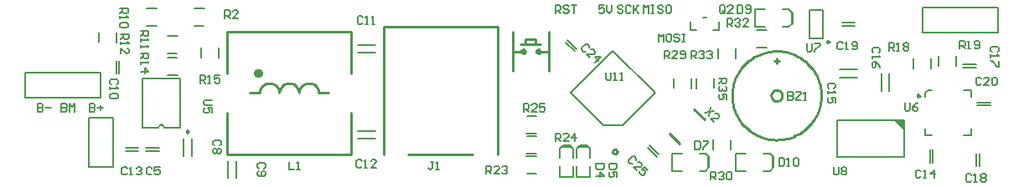
<source format=gto>
G04*
G04 #@! TF.GenerationSoftware,Altium Limited,Altium Designer,19.1.5 (86)*
G04*
G04 Layer_Color=65535*
%FSLAX25Y25*%
%MOIN*%
G70*
G01*
G75*
%ADD10C,0.01000*%
%ADD11C,0.00787*%
%ADD12C,0.01968*%
%ADD13C,0.00500*%
%ADD14C,0.00630*%
G36*
X352756Y26575D02*
Y22638D01*
X348819Y26575D01*
X352756D01*
D02*
G37*
D10*
X238883Y13961D02*
X238391Y14814D01*
X237407D01*
X236914Y13961D01*
X237407Y13109D01*
X238391D01*
X238883Y13961D01*
X359112Y36311D02*
X358277Y36793D01*
Y35829D01*
X359112Y36311D01*
X68273Y22067D02*
X67438Y22549D01*
Y21585D01*
X68273Y22067D01*
X208095Y53937D02*
X207534Y54709D01*
X206627Y54414D01*
Y53460D01*
X207534Y53165D01*
X208095Y53937D01*
X202190D02*
X201629Y54709D01*
X200721Y54414D01*
Y53460D01*
X201629Y53165D01*
X202190Y53937D01*
X323195Y57874D02*
X322359Y58356D01*
Y57392D01*
X323195Y57874D01*
X104331Y37402D02*
X104197Y38421D01*
X103803Y39370D01*
X103178Y40185D01*
X102362Y40811D01*
X101413Y41204D01*
X100394Y41339D01*
X99375Y41204D01*
X98425Y40811D01*
X97610Y40185D01*
X96984Y39370D01*
X96591Y38421D01*
X96457Y37402D01*
X112205D02*
X112071Y38421D01*
X111677Y39370D01*
X111052Y40185D01*
X110236Y40811D01*
X109287Y41204D01*
X108268Y41339D01*
X107249Y41204D01*
X106299Y40811D01*
X105484Y40185D01*
X104858Y39370D01*
X104465Y38421D01*
X104331Y37402D01*
X120079D02*
X119945Y38421D01*
X119551Y39370D01*
X118926Y40185D01*
X118110Y40811D01*
X117161Y41204D01*
X116142Y41339D01*
X115123Y41204D01*
X114173Y40811D01*
X113358Y40185D01*
X112732Y39370D01*
X112339Y38421D01*
X112205Y37402D01*
X304366Y36417D02*
X304148Y37372D01*
X303538Y38138D01*
X302655Y38563D01*
X301676D01*
X300793Y38138D01*
X300183Y37372D01*
X299964Y36417D01*
X300183Y35462D01*
X300793Y34697D01*
X301676Y34272D01*
X302655D01*
X303538Y34697D01*
X304148Y35462D01*
X304366Y36417D01*
X319882D02*
X319853Y37420D01*
X319769Y38419D01*
X319627Y39411D01*
X319430Y40394D01*
X319177Y41365D01*
X318870Y42319D01*
X318509Y43255D01*
X318096Y44169D01*
X317632Y45058D01*
X317119Y45919D01*
X316557Y46749D01*
X315949Y47547D01*
X315298Y48309D01*
X314604Y49033D01*
X313870Y49717D01*
X313099Y50358D01*
X312293Y50954D01*
X311454Y51503D01*
X310586Y52005D01*
X309690Y52456D01*
X308771Y52856D01*
X307831Y53204D01*
X306872Y53497D01*
X305898Y53736D01*
X304912Y53920D01*
X303918Y54047D01*
X302917Y54118D01*
X301915Y54132D01*
X300913Y54089D01*
X299915Y53990D01*
X298924Y53835D01*
X297944Y53624D01*
X296978Y53357D01*
X296027Y53037D01*
X295097Y52663D01*
X294189Y52237D01*
X293307Y51760D01*
X292453Y51235D01*
X291631Y50661D01*
X290842Y50042D01*
X290089Y49380D01*
X289375Y48676D01*
X288702Y47933D01*
X288072Y47153D01*
X287487Y46338D01*
X286949Y45492D01*
X286460Y44616D01*
X286021Y43715D01*
X285634Y42790D01*
X285300Y41844D01*
X285020Y40881D01*
X284795Y39904D01*
X284626Y38916D01*
X284513Y37920D01*
X284456Y36919D01*
X284456Y35916D01*
X284513Y34915D01*
X284626Y33919D01*
X284795Y32930D01*
X285020Y31953D01*
X285300Y30990D01*
X285634Y30045D01*
X286021Y29120D01*
X286460Y28218D01*
X286949Y27343D01*
X287487Y26496D01*
X288072Y25682D01*
X288702Y24902D01*
X289375Y24159D01*
X290089Y23455D01*
X290842Y22792D01*
X291631Y22173D01*
X292453Y21600D01*
X293307Y21074D01*
X294189Y20598D01*
X295097Y20172D01*
X296027Y19798D01*
X296977Y19477D01*
X297944Y19211D01*
X298924Y19000D01*
X299915Y18844D01*
X300913Y18745D01*
X301915Y18702D01*
X302917Y18717D01*
X303917Y18788D01*
X304912Y18915D01*
X305898Y19098D01*
X306872Y19337D01*
X307831Y19631D01*
X308771Y19978D01*
X309690Y20378D01*
X310586Y20830D01*
X311454Y21331D01*
X312293Y21881D01*
X313099Y22477D01*
X313870Y23118D01*
X314604Y23801D01*
X315298Y24525D01*
X315950Y25288D01*
X316557Y26085D01*
X317119Y26916D01*
X317632Y27777D01*
X318096Y28666D01*
X318509Y29580D01*
X318870Y30515D01*
X319177Y31470D01*
X319430Y32440D01*
X319627Y33423D01*
X319769Y34416D01*
X319853Y35415D01*
X319882Y36417D01*
X211516Y46063D02*
Y61811D01*
X197146Y46063D02*
Y61811D01*
X207283Y53937D02*
X211516D01*
X197146D02*
X201378D01*
X200394Y56890D02*
X208268D01*
X206299D02*
Y58858D01*
X202362D02*
X206299D01*
X202362Y56890D02*
Y58858D01*
X259576Y21232D02*
X263752Y17056D01*
X269319Y30975D02*
X273495Y26800D01*
X83661Y12795D02*
X132874D01*
X83661Y62008D02*
X132874D01*
X83661Y45276D02*
Y62008D01*
Y12795D02*
Y29528D01*
X132874Y12795D02*
Y29528D01*
Y45276D02*
Y62008D01*
X92520Y37402D02*
X96457D01*
X120079D02*
X124016D01*
X191142Y12795D02*
Y63976D01*
X155709Y12795D02*
X181299D01*
X145866D02*
Y63976D01*
X191142D01*
X302165Y49213D02*
Y51181D01*
X301181Y50197D02*
X303150D01*
D11*
X58730Y23484D02*
X58364Y24368D01*
X57480Y24734D01*
X56596Y24368D01*
X56230Y23484D01*
X240794Y24429D02*
X253767Y37402D01*
X237008Y54161D02*
X253767Y37402D01*
X220249D02*
X237008Y54161D01*
X220249Y37402D02*
X233222Y24429D01*
X240794D01*
X352756Y12008D02*
Y26575D01*
X326378Y12008D02*
X352756D01*
X326378D02*
Y26575D01*
X352756D01*
X361311Y35917D02*
Y37492D01*
Y20563D02*
Y23319D01*
Y20563D02*
X364067D01*
X376665D02*
X379421D01*
Y23319D01*
Y35917D02*
Y38673D01*
X376665D02*
X379421D01*
X362492D02*
X364067D01*
X361311Y37492D02*
X362492Y38673D01*
X64961Y23484D02*
Y43327D01*
X50000D02*
X64961D01*
X50000Y23484D02*
Y43327D01*
Y23484D02*
X56230D01*
X58730D02*
X64961D01*
X315158Y59350D02*
X320669D01*
X315158D02*
Y70571D01*
X320669D01*
Y59350D02*
Y70571D01*
X360197Y61535D02*
X390197D01*
Y71535D01*
X360197D02*
X390197D01*
X360197Y61535D02*
Y71535D01*
X3347Y35472D02*
X33347D01*
Y45472D01*
X3347D02*
X33347D01*
X3347Y35472D02*
Y45472D01*
D12*
X96943Y45276D02*
X96503Y46038D01*
X95623D01*
X95183Y45276D01*
X95623Y44513D01*
X96503D01*
X96943Y45276D01*
D13*
X267872Y62461D02*
Y65961D01*
X279372Y62461D02*
Y65961D01*
X267872Y62461D02*
X270372D01*
X272872Y67461D02*
X274372D01*
X276872Y62461D02*
X279372D01*
X278980Y51250D02*
Y55050D01*
X285980Y51150D02*
Y55150D01*
X308087Y64923D02*
Y69723D01*
X304537Y63823D02*
X306987D01*
X293537D02*
Y70823D01*
Y63823D02*
X297537D01*
X304537Y70823D02*
X306987D01*
X293537D02*
X297537D01*
X306987D02*
X308487Y69323D01*
Y65323D02*
Y69323D01*
X306987Y63823D02*
X308487Y65323D01*
X294360Y55555D02*
X298160D01*
X294260Y62555D02*
X298260D01*
X277122Y39439D02*
Y43239D01*
X270122Y39339D02*
Y43339D01*
X300607Y7442D02*
Y12242D01*
X297057Y6342D02*
X299507D01*
X286057D02*
Y13342D01*
Y6342D02*
X290057D01*
X297057Y13342D02*
X299507D01*
X286057D02*
X290057D01*
X299507D02*
X301007Y11842D01*
Y7842D02*
Y11842D01*
X299507Y6342D02*
X301007Y7842D01*
X202824Y5358D02*
X206624D01*
X202724Y12358D02*
X206724D01*
X70541Y64217D02*
X74341D01*
X70441Y71216D02*
X74441D01*
X51543D02*
X55543D01*
X51643Y64217D02*
X55443D01*
X215846Y15157D02*
X216634Y15945D01*
X220374D01*
X216437Y15748D02*
X217126Y16437D01*
X219882D02*
X220472Y15846D01*
X220374Y15945D02*
X221161Y15157D01*
Y11614D02*
Y15157D01*
X215846Y11614D02*
Y15157D01*
Y3740D02*
X221161D01*
Y8071D01*
X215846Y3740D02*
Y8071D01*
X217126Y16437D02*
X219882D01*
X222736Y15157D02*
X223524Y15945D01*
X227264D01*
X223327Y15748D02*
X224016Y16437D01*
X226772D02*
X227362Y15846D01*
X227264Y15945D02*
X228051Y15157D01*
Y11614D02*
Y15157D01*
X222736Y11614D02*
Y15157D01*
Y3740D02*
X228051D01*
Y8071D01*
X222736Y3740D02*
Y8071D01*
X224016Y16437D02*
X226772D01*
X59811Y60193D02*
X63811D01*
X59911Y53193D02*
X63711D01*
X39720Y57646D02*
Y61646D01*
X32721Y57746D02*
Y61546D01*
X59811Y44532D02*
X63811D01*
X59911Y51531D02*
X63711D01*
X80272Y51543D02*
Y55543D01*
X73272Y51643D02*
Y55443D01*
X356736Y47213D02*
Y51213D01*
X363736Y47313D02*
Y51113D01*
X366579Y48197D02*
Y52197D01*
X373579Y48297D02*
Y52097D01*
X202724Y13232D02*
X206724D01*
X202824Y20232D02*
X206624D01*
X202724Y21106D02*
X206724D01*
X202824Y28106D02*
X206624D01*
X277012Y14732D02*
Y18732D01*
X284012Y14832D02*
Y18632D01*
X268264Y39339D02*
Y43339D01*
X261264Y39439D02*
Y43239D01*
X28543Y7795D02*
X38386D01*
X28543D02*
Y27638D01*
X38386Y7795D02*
Y27638D01*
X28543D02*
X38386D01*
X273917Y6342D02*
X275416Y7842D01*
Y11842D01*
X273917Y13342D02*
X275416Y11842D01*
X260467Y13342D02*
X264467D01*
X271466D02*
X273917D01*
X260467Y6342D02*
X264467D01*
X260467D02*
Y13342D01*
X271466Y6342D02*
X273917D01*
X275016Y7442D02*
Y12242D01*
X69488Y12298D02*
Y19198D01*
X66339Y12298D02*
Y19198D01*
X84055Y3440D02*
Y10339D01*
X87205Y3440D02*
Y10339D01*
X135527Y53543D02*
X142426D01*
X135527Y56693D02*
X142426D01*
X135527Y22244D02*
X142426D01*
X135527Y19094D02*
X142426D01*
X327259Y43701D02*
X334158D01*
X327259Y46850D02*
X334158D01*
X343898Y38283D02*
Y45182D01*
X347047Y38283D02*
Y45182D01*
X51373Y15550D02*
X56501D01*
X51373Y14372D02*
X56501D01*
X39568Y45074D02*
Y50202D01*
X40746Y45074D02*
Y50202D01*
X43106Y15550D02*
X48233D01*
X43106Y14372D02*
X48233D01*
X363191Y9641D02*
Y14769D01*
X364369Y9641D02*
Y14769D01*
X376373Y47639D02*
X381501D01*
X376373Y48817D02*
X381501D01*
X382872Y8066D02*
Y13194D01*
X381695Y8066D02*
Y13194D01*
X328145Y65550D02*
X333272D01*
X328145Y64372D02*
X333272D01*
X382082Y33660D02*
X387210D01*
X382082Y32482D02*
X387210D01*
X218243Y57696D02*
X221869Y54070D01*
X219076Y58529D02*
X222702Y54903D01*
X250920Y15570D02*
X254546Y11944D01*
X251753Y16403D02*
X255379Y12777D01*
D14*
X279134Y43307D02*
X282282D01*
Y41733D01*
X281758Y41208D01*
X280708D01*
X280183Y41733D01*
Y43307D01*
Y42258D02*
X279134Y41208D01*
X281758Y40159D02*
X282282Y39634D01*
Y38584D01*
X281758Y38059D01*
X281233D01*
X280708Y38584D01*
Y39109D01*
Y38584D01*
X280183Y38059D01*
X279659D01*
X279134Y38584D01*
Y39634D01*
X279659Y40159D01*
X282282Y34911D02*
Y37010D01*
X280708D01*
X281233Y35960D01*
Y35436D01*
X280708Y34911D01*
X279659D01*
X279134Y35436D01*
Y36485D01*
X279659Y37010D01*
X281627Y69816D02*
Y71915D01*
X281102Y72440D01*
X280052D01*
X279528Y71915D01*
Y69816D01*
X280052Y69291D01*
X281102D01*
X280577Y70341D02*
X281627Y69291D01*
X281102D02*
X281627Y69816D01*
X284775Y69291D02*
X282676D01*
X284775Y71390D01*
Y71915D01*
X284250Y72440D01*
X283201D01*
X282676Y71915D01*
X353150Y33463D02*
Y30840D01*
X353674Y30315D01*
X354724D01*
X355249Y30840D01*
Y33463D01*
X358397D02*
X357348Y32939D01*
X356298Y31889D01*
Y30840D01*
X356823Y30315D01*
X357873D01*
X358397Y30840D01*
Y31365D01*
X357873Y31889D01*
X356298D01*
X268110Y51181D02*
Y54330D01*
X269685D01*
X270209Y53805D01*
Y52755D01*
X269685Y52231D01*
X268110D01*
X269160D02*
X270209Y51181D01*
X271259Y53805D02*
X271784Y54330D01*
X272833D01*
X273358Y53805D01*
Y53280D01*
X272833Y52755D01*
X272308D01*
X272833D01*
X273358Y52231D01*
Y51706D01*
X272833Y51181D01*
X271784D01*
X271259Y51706D01*
X274407Y53805D02*
X274932Y54330D01*
X275982D01*
X276506Y53805D01*
Y53280D01*
X275982Y52755D01*
X275457D01*
X275982D01*
X276506Y52231D01*
Y51706D01*
X275982Y51181D01*
X274932D01*
X274407Y51706D01*
X282480Y63976D02*
X282480Y67125D01*
X284055Y67125D01*
X284579Y66600D01*
X284579Y65551D01*
X284055Y65026D01*
X282480Y65026D01*
X283530Y65026D02*
X284579Y63976D01*
X285629Y66600D02*
X286154Y67125D01*
X287203Y67125D01*
X287728Y66600D01*
X287728Y66075D01*
X287203Y65551D01*
X286679Y65551D01*
X287203Y65551D01*
X287728Y65026D01*
X287728Y64501D01*
X287203Y63976D01*
X286154Y63976D01*
X285629Y64501D01*
X290877Y63976D02*
X288777Y63976D01*
X290877Y66075D01*
X290877Y66600D01*
X290352Y67125D01*
X289302Y67125D01*
X288778Y66600D01*
X186614Y5118D02*
Y8267D01*
X188189D01*
X188713Y7742D01*
Y6692D01*
X188189Y6168D01*
X186614D01*
X187664D02*
X188713Y5118D01*
X191862D02*
X189763D01*
X191862Y7217D01*
Y7742D01*
X191337Y8267D01*
X190287D01*
X189763Y7742D01*
X192911D02*
X193436Y8267D01*
X194486D01*
X195010Y7742D01*
Y7217D01*
X194486Y6692D01*
X193961D01*
X194486D01*
X195010Y6168D01*
Y5643D01*
X194486Y5118D01*
X193436D01*
X192911Y5643D01*
X303150Y11416D02*
Y8268D01*
X304724D01*
X305249Y8793D01*
Y10892D01*
X304724Y11416D01*
X303150D01*
X306298Y8268D02*
X307348D01*
X306823D01*
Y11416D01*
X306298Y10892D01*
X308922D02*
X309447Y11416D01*
X310496D01*
X311021Y10892D01*
Y8793D01*
X310496Y8268D01*
X309447D01*
X308922Y8793D01*
Y10892D01*
X286614Y72440D02*
Y69291D01*
X288189D01*
X288713Y69816D01*
Y71915D01*
X288189Y72440D01*
X286614D01*
X289763Y69816D02*
X290287Y69291D01*
X291337D01*
X291862Y69816D01*
Y71915D01*
X291337Y72440D01*
X290287D01*
X289763Y71915D01*
Y71390D01*
X290287Y70866D01*
X291862D01*
X40945Y71260D02*
X44093D01*
Y69686D01*
X43569Y69161D01*
X42519D01*
X41994Y69686D01*
Y71260D01*
Y70210D02*
X40945Y69161D01*
Y68111D02*
Y67062D01*
Y67586D01*
X44093D01*
X43569Y68111D01*
Y65487D02*
X44093Y64963D01*
Y63913D01*
X43569Y63388D01*
X41470D01*
X40945Y63913D01*
Y64963D01*
X41470Y65487D01*
X43569D01*
X77558Y34646D02*
X74934D01*
X74410Y34121D01*
Y33071D01*
X74934Y32547D01*
X77558D01*
Y29398D02*
Y31497D01*
X75984D01*
X76508Y30448D01*
Y29923D01*
X75984Y29398D01*
X74934D01*
X74410Y29923D01*
Y30972D01*
X74934Y31497D01*
X234252Y45668D02*
Y43044D01*
X234777Y42520D01*
X235826D01*
X236351Y43044D01*
Y45668D01*
X237401Y42520D02*
X238450D01*
X237925D01*
Y45668D01*
X237401Y45143D01*
X240024Y42520D02*
X241074D01*
X240549D01*
Y45668D01*
X240024Y45143D01*
X82677Y67323D02*
Y70471D01*
X84251D01*
X84776Y69947D01*
Y68897D01*
X84251Y68372D01*
X82677D01*
X83727D02*
X84776Y67323D01*
X87925D02*
X85826D01*
X87925Y69422D01*
Y69947D01*
X87400Y70471D01*
X86351D01*
X85826Y69947D01*
X233595Y72440D02*
X231496D01*
Y70866D01*
X232546Y71390D01*
X233070D01*
X233595Y70866D01*
Y69816D01*
X233070Y69291D01*
X232021D01*
X231496Y69816D01*
X234645Y72440D02*
Y70341D01*
X235694Y69291D01*
X236744Y70341D01*
Y72440D01*
X214173Y69291D02*
Y72440D01*
X215747D01*
X216272Y71915D01*
Y70866D01*
X215747Y70341D01*
X214173D01*
X215223D02*
X216272Y69291D01*
X219421Y71915D02*
X218896Y72440D01*
X217847D01*
X217322Y71915D01*
Y71390D01*
X217847Y70866D01*
X218896D01*
X219421Y70341D01*
Y69816D01*
X218896Y69291D01*
X217847D01*
X217322Y69816D01*
X220470Y72440D02*
X222569D01*
X221520D01*
Y69291D01*
X241075Y71915D02*
X240551Y72440D01*
X239501D01*
X238976Y71915D01*
Y71390D01*
X239501Y70866D01*
X240551D01*
X241075Y70341D01*
Y69816D01*
X240551Y69291D01*
X239501D01*
X238976Y69816D01*
X244224Y71915D02*
X243699Y72440D01*
X242650D01*
X242125Y71915D01*
Y69816D01*
X242650Y69291D01*
X243699D01*
X244224Y69816D01*
X245274Y72440D02*
Y69291D01*
Y70341D01*
X247373Y72440D01*
X245798Y70866D01*
X247373Y69291D01*
X249213D02*
Y72440D01*
X250262Y71390D01*
X251312Y72440D01*
Y69291D01*
X252361Y72440D02*
X253411D01*
X252886D01*
Y69291D01*
X252361D01*
X253411D01*
X257084Y71915D02*
X256559Y72440D01*
X255510D01*
X254985Y71915D01*
Y71390D01*
X255510Y70866D01*
X256559D01*
X257084Y70341D01*
Y69816D01*
X256559Y69291D01*
X255510D01*
X254985Y69816D01*
X259708Y72440D02*
X258658D01*
X258134Y71915D01*
Y69816D01*
X258658Y69291D01*
X259708D01*
X260233Y69816D01*
Y71915D01*
X259708Y72440D01*
X255118Y57874D02*
Y61023D01*
X256168Y59973D01*
X257217Y61023D01*
Y57874D01*
X259841Y61023D02*
X258791D01*
X258267Y60498D01*
Y58399D01*
X258791Y57874D01*
X259841D01*
X260366Y58399D01*
Y60498D01*
X259841Y61023D01*
X263514Y60498D02*
X262990Y61023D01*
X261940D01*
X261415Y60498D01*
Y59973D01*
X261940Y59448D01*
X262990D01*
X263514Y58924D01*
Y58399D01*
X262990Y57874D01*
X261940D01*
X261415Y58399D01*
X264564Y61023D02*
X265613D01*
X265089D01*
Y57874D01*
X264564D01*
X265613D01*
X165682Y10038D02*
X164632D01*
X165157D01*
Y7414D01*
X164632Y6890D01*
X164107D01*
X163583Y7414D01*
X166731Y6890D02*
X167781D01*
X167256D01*
Y10038D01*
X166731Y9514D01*
X275818Y31784D02*
X275127Y28064D01*
X277322Y30320D02*
X273622Y29528D01*
X277383Y25868D02*
X275879Y27332D01*
X278847Y27373D01*
X279213Y27749D01*
X279203Y28491D01*
X278450Y29223D01*
X277709Y29212D01*
X314173Y57086D02*
Y54462D01*
X314698Y53937D01*
X315747D01*
X316272Y54462D01*
Y57086D01*
X317322D02*
X319421D01*
Y56561D01*
X317322Y54462D01*
Y53937D01*
X324803Y7873D02*
Y5249D01*
X325328Y4724D01*
X326377D01*
X326902Y5249D01*
Y7873D01*
X327952Y7348D02*
X328477Y7873D01*
X329526D01*
X330051Y7348D01*
Y6824D01*
X329526Y6299D01*
X330051Y5774D01*
Y5249D01*
X329526Y4724D01*
X328477D01*
X327952Y5249D01*
Y5774D01*
X328477Y6299D01*
X327952Y6824D01*
Y7348D01*
X328477Y6299D02*
X329526D01*
X17717Y33070D02*
Y29921D01*
X19291D01*
X19816Y30446D01*
Y30971D01*
X19291Y31496D01*
X17717D01*
X19291D01*
X19816Y32020D01*
Y32545D01*
X19291Y33070D01*
X17717D01*
X20865Y29921D02*
Y33070D01*
X21915Y32020D01*
X22964Y33070D01*
Y29921D01*
X8268Y33070D02*
Y29921D01*
X9842D01*
X10367Y30446D01*
Y30971D01*
X9842Y31496D01*
X8268D01*
X9842D01*
X10367Y32020D01*
Y32545D01*
X9842Y33070D01*
X8268D01*
X11416Y31496D02*
X13515D01*
X28937Y33070D02*
Y29921D01*
X30511D01*
X31036Y30446D01*
Y30971D01*
X30511Y31496D01*
X28937D01*
X30511D01*
X31036Y32020D01*
Y32545D01*
X30511Y33070D01*
X28937D01*
X32086Y31496D02*
X34185D01*
X33135Y32545D02*
Y30446D01*
X257469Y51181D02*
Y54330D01*
X259043D01*
X259568Y53805D01*
Y52755D01*
X259043Y52231D01*
X257469D01*
X258518D02*
X259568Y51181D01*
X262716D02*
X260617D01*
X262716Y53280D01*
Y53805D01*
X262192Y54330D01*
X261142D01*
X260617Y53805D01*
X263766Y51706D02*
X264291Y51181D01*
X265340D01*
X265865Y51706D01*
Y53805D01*
X265340Y54330D01*
X264291D01*
X263766Y53805D01*
Y53280D01*
X264291Y52755D01*
X265865D01*
X275984Y2756D02*
Y5904D01*
X277559D01*
X278083Y5380D01*
Y4330D01*
X277559Y3805D01*
X275984D01*
X277034D02*
X278083Y2756D01*
X279133Y5380D02*
X279658Y5904D01*
X280707D01*
X281232Y5380D01*
Y4855D01*
X280707Y4330D01*
X280182D01*
X280707D01*
X281232Y3805D01*
Y3281D01*
X280707Y2756D01*
X279658D01*
X279133Y3281D01*
X282281Y5380D02*
X282806Y5904D01*
X283856D01*
X284381Y5380D01*
Y3281D01*
X283856Y2756D01*
X282806D01*
X282281Y3281D01*
Y5380D01*
X201575Y29921D02*
Y33070D01*
X203149D01*
X203674Y32545D01*
Y31496D01*
X203149Y30971D01*
X201575D01*
X202624D02*
X203674Y29921D01*
X206822D02*
X204723D01*
X206822Y32020D01*
Y32545D01*
X206298Y33070D01*
X205248D01*
X204723Y32545D01*
X209971Y33070D02*
X207872D01*
Y31496D01*
X208922Y32020D01*
X209446D01*
X209971Y31496D01*
Y30446D01*
X209446Y29921D01*
X208397D01*
X207872Y30446D01*
X214173Y18110D02*
Y21259D01*
X215747D01*
X216272Y20734D01*
Y19684D01*
X215747Y19160D01*
X214173D01*
X215223D02*
X216272Y18110D01*
X219421D02*
X217322D01*
X219421Y20209D01*
Y20734D01*
X218896Y21259D01*
X217847D01*
X217322Y20734D01*
X222045Y18110D02*
Y21259D01*
X220470Y19684D01*
X222569D01*
X375000Y55118D02*
Y58267D01*
X376574D01*
X377099Y57742D01*
Y56692D01*
X376574Y56168D01*
X375000D01*
X376049D02*
X377099Y55118D01*
X378149D02*
X379198D01*
X378673D01*
Y58267D01*
X378149Y57742D01*
X380772Y55643D02*
X381297Y55118D01*
X382347D01*
X382872Y55643D01*
Y57742D01*
X382347Y58267D01*
X381297D01*
X380772Y57742D01*
Y57217D01*
X381297Y56692D01*
X382872D01*
X346850Y54331D02*
Y57479D01*
X348425D01*
X348949Y56954D01*
Y55905D01*
X348425Y55380D01*
X346850D01*
X347900D02*
X348949Y54331D01*
X349999D02*
X351048D01*
X350524D01*
Y57479D01*
X349999Y56954D01*
X352623D02*
X353148Y57479D01*
X354197D01*
X354722Y56954D01*
Y56430D01*
X354197Y55905D01*
X354722Y55380D01*
Y54856D01*
X354197Y54331D01*
X353148D01*
X352623Y54856D01*
Y55380D01*
X353148Y55905D01*
X352623Y56430D01*
Y56954D01*
X353148Y55905D02*
X354197D01*
X72835Y41339D02*
X72821Y44487D01*
X74396Y44494D01*
X74923Y43971D01*
X74927Y42922D01*
X74405Y42395D01*
X72830Y42388D01*
X73880Y42393D02*
X74934Y41347D01*
X75983Y41352D02*
X77033Y41356D01*
X76508Y41354D01*
X76495Y44503D01*
X75972Y43976D01*
X80693Y44520D02*
X78594Y44512D01*
X78600Y42937D01*
X79648Y43466D01*
X80172Y43469D01*
X80699Y42946D01*
X80704Y41897D01*
X80181Y41370D01*
X79132Y41365D01*
X78605Y41888D01*
X49213Y53150D02*
X52361D01*
Y51575D01*
X51836Y51051D01*
X50787D01*
X50262Y51575D01*
Y53150D01*
Y52100D02*
X49213Y51051D01*
Y50001D02*
Y48952D01*
Y49476D01*
X52361D01*
X51836Y50001D01*
X49213Y45803D02*
X52361D01*
X50787Y47377D01*
Y45278D01*
X41339Y61024D02*
X44487D01*
Y59449D01*
X43962Y58925D01*
X42913D01*
X42388Y59449D01*
Y61024D01*
Y59974D02*
X41339Y58925D01*
Y57875D02*
Y56826D01*
Y57350D01*
X44487D01*
X43962Y57875D01*
X41339Y53152D02*
Y55251D01*
X43438Y53152D01*
X43962D01*
X44487Y53677D01*
Y54726D01*
X43962Y55251D01*
X49213Y62205D02*
X52361D01*
Y60630D01*
X51836Y60106D01*
X50787D01*
X50262Y60630D01*
Y62205D01*
Y61155D02*
X49213Y60106D01*
Y59056D02*
Y58007D01*
Y58531D01*
X52361D01*
X51836Y59056D01*
X49213Y56432D02*
Y55383D01*
Y55907D01*
X52361D01*
X51836Y56432D01*
X108268Y10038D02*
Y6890D01*
X110367D01*
X111416D02*
X112466D01*
X111941D01*
Y10038D01*
X111416Y9514D01*
X269685Y18109D02*
Y14961D01*
X271259D01*
X271784Y15485D01*
Y17584D01*
X271259Y18109D01*
X269685D01*
X272834D02*
X274933D01*
Y17584D01*
X272834Y15485D01*
Y14961D01*
X238582Y9055D02*
X235433D01*
Y7481D01*
X235958Y6956D01*
X238057D01*
X238582Y7481D01*
Y9055D01*
Y3808D02*
Y5906D01*
X237007D01*
X237532Y4857D01*
Y4332D01*
X237007Y3808D01*
X235958D01*
X235433Y4332D01*
Y5382D01*
X235958Y5906D01*
X233464Y9055D02*
X230315D01*
Y7481D01*
X230840Y6956D01*
X232939D01*
X233464Y7481D01*
Y9055D01*
X230315Y4332D02*
X233464D01*
X231889Y5906D01*
Y3808D01*
X246253Y10607D02*
Y11349D01*
X245511Y12092D01*
X244769Y12092D01*
X243285Y10607D01*
Y9865D01*
X244027Y9123D01*
X244769Y9123D01*
X246624Y6526D02*
X245140Y8010D01*
X248108D01*
X248479Y8381D01*
Y9123D01*
X247737Y9865D01*
X246995Y9865D01*
X251077Y6526D02*
X249593Y8010D01*
X248479Y6897D01*
X249593Y6526D01*
X249964Y6154D01*
Y5412D01*
X249221Y4670D01*
X248479Y4670D01*
X247737Y5412D01*
Y6154D01*
X227640Y55487D02*
Y56229D01*
X226898Y56971D01*
X226156Y56971D01*
X224671Y55487D01*
Y54745D01*
X225413Y54003D01*
X226156Y54003D01*
X228011Y51405D02*
X226527Y52890D01*
X229495D01*
X229866Y53261D01*
Y54003D01*
X229124Y54745D01*
X228382Y54745D01*
X229866Y49550D02*
X232093Y51776D01*
X229866Y51776D01*
X231350Y50292D01*
X383595Y43175D02*
X383070Y43700D01*
X382021D01*
X381496Y43175D01*
Y41076D01*
X382021Y40551D01*
X383070D01*
X383595Y41076D01*
X386744Y40551D02*
X384645D01*
X386744Y42650D01*
Y43175D01*
X386219Y43700D01*
X385169D01*
X384645Y43175D01*
X387793D02*
X388318Y43700D01*
X389368D01*
X389892Y43175D01*
Y41076D01*
X389368Y40551D01*
X388318D01*
X387793Y41076D01*
Y43175D01*
X328477Y57348D02*
X327952Y57873D01*
X326903D01*
X326378Y57348D01*
Y55249D01*
X326903Y54724D01*
X327952D01*
X328477Y55249D01*
X329526Y54724D02*
X330576D01*
X330051D01*
Y57873D01*
X329526Y57348D01*
X332150Y55249D02*
X332675Y54724D01*
X333725D01*
X334249Y55249D01*
Y57348D01*
X333725Y57873D01*
X332675D01*
X332150Y57348D01*
Y56823D01*
X332675Y56299D01*
X334249D01*
X379658Y4592D02*
X379133Y5117D01*
X378084D01*
X377559Y4592D01*
Y2493D01*
X378084Y1969D01*
X379133D01*
X379658Y2493D01*
X380708Y1969D02*
X381757D01*
X381232D01*
Y5117D01*
X380708Y4592D01*
X383331D02*
X383856Y5117D01*
X384906D01*
X385431Y4592D01*
Y4068D01*
X384906Y3543D01*
X385431Y3018D01*
Y2493D01*
X384906Y1969D01*
X383856D01*
X383331Y2493D01*
Y3018D01*
X383856Y3543D01*
X383331Y4068D01*
Y4592D01*
X383856Y3543D02*
X384906D01*
X390025Y53806D02*
X390550Y54331D01*
Y55381D01*
X390025Y55905D01*
X387926D01*
X387402Y55381D01*
Y54331D01*
X387926Y53806D01*
X387402Y52757D02*
Y51707D01*
Y52232D01*
X390550D01*
X390025Y52757D01*
X390550Y50133D02*
Y48034D01*
X390025D01*
X387926Y50133D01*
X387402D01*
X342781Y53413D02*
X343306Y53938D01*
Y54987D01*
X342781Y55512D01*
X340682D01*
X340158Y54987D01*
Y53938D01*
X340682Y53413D01*
X340158Y52363D02*
Y51314D01*
Y51838D01*
X343306D01*
X342781Y52363D01*
X343306Y47640D02*
X342781Y48690D01*
X341732Y49739D01*
X340682D01*
X340158Y49215D01*
Y48165D01*
X340682Y47640D01*
X341207D01*
X341732Y48165D01*
Y49739D01*
X325065Y39239D02*
X325589Y39764D01*
Y40814D01*
X325065Y41339D01*
X322966D01*
X322441Y40814D01*
Y39764D01*
X322966Y39239D01*
X322441Y38190D02*
Y37141D01*
Y37665D01*
X325589D01*
X325065Y38190D01*
X325589Y33467D02*
Y35566D01*
X324015D01*
X324540Y34517D01*
Y33992D01*
X324015Y33467D01*
X322966D01*
X322441Y33992D01*
Y35041D01*
X322966Y35566D01*
X359579Y6167D02*
X359055Y6692D01*
X358005D01*
X357480Y6167D01*
Y4068D01*
X358005Y3543D01*
X359055D01*
X359579Y4068D01*
X360629Y3543D02*
X361678D01*
X361154D01*
Y6692D01*
X360629Y6167D01*
X364827Y3543D02*
Y6692D01*
X363253Y5118D01*
X365352D01*
X43831Y7348D02*
X43307Y7873D01*
X42257D01*
X41732Y7348D01*
Y5249D01*
X42257Y4724D01*
X43307D01*
X43831Y5249D01*
X44881Y4724D02*
X45930D01*
X45406D01*
Y7873D01*
X44881Y7348D01*
X47505D02*
X48030Y7873D01*
X49079D01*
X49604Y7348D01*
Y6824D01*
X49079Y6299D01*
X48554D01*
X49079D01*
X49604Y5774D01*
Y5249D01*
X49079Y4724D01*
X48030D01*
X47505Y5249D01*
X137138Y10301D02*
X136614Y10826D01*
X135564D01*
X135039Y10301D01*
Y8202D01*
X135564Y7677D01*
X136614D01*
X137138Y8202D01*
X138188Y7677D02*
X139237D01*
X138713D01*
Y10826D01*
X138188Y10301D01*
X142911Y7677D02*
X140812D01*
X142911Y9776D01*
Y10301D01*
X142386Y10826D01*
X141337D01*
X140812Y10301D01*
X137532Y67585D02*
X137007Y68109D01*
X135958D01*
X135433Y67585D01*
Y65485D01*
X135958Y64961D01*
X137007D01*
X137532Y65485D01*
X138582Y64961D02*
X139631D01*
X139106D01*
Y68109D01*
X138582Y67585D01*
X141206Y64961D02*
X142255D01*
X141730D01*
Y68109D01*
X141206Y67585D01*
X39632Y40814D02*
X40156Y41339D01*
Y42389D01*
X39632Y42913D01*
X37533D01*
X37008Y42389D01*
Y41339D01*
X37533Y40814D01*
X37008Y39765D02*
Y38715D01*
Y39240D01*
X40156D01*
X39632Y39765D01*
Y37141D02*
X40156Y36616D01*
Y35567D01*
X39632Y35042D01*
X37533D01*
X37008Y35567D01*
Y36616D01*
X37533Y37141D01*
X39632D01*
X98293Y7350D02*
X98818Y7875D01*
Y8924D01*
X98293Y9449D01*
X96194D01*
X95669Y8924D01*
Y7875D01*
X96194Y7350D01*
Y6300D02*
X95669Y5776D01*
Y4726D01*
X96194Y4201D01*
X98293D01*
X98818Y4726D01*
Y5776D01*
X98293Y6300D01*
X97768D01*
X97244Y5776D01*
Y4201D01*
X80577Y16405D02*
X81101Y16930D01*
Y17979D01*
X80577Y18504D01*
X78478D01*
X77953Y17979D01*
Y16930D01*
X78478Y16405D01*
X80577Y15355D02*
X81101Y14831D01*
Y13781D01*
X80577Y13256D01*
X80052D01*
X79527Y13781D01*
X79002Y13256D01*
X78478D01*
X77953Y13781D01*
Y14831D01*
X78478Y15355D01*
X79002D01*
X79527Y14831D01*
X80052Y15355D01*
X80577D01*
X79527Y14831D02*
Y13781D01*
X53674Y7348D02*
X53149Y7873D01*
X52100D01*
X51575Y7348D01*
Y5249D01*
X52100Y4724D01*
X53149D01*
X53674Y5249D01*
X56823Y7873D02*
X54723D01*
Y6299D01*
X55773Y6824D01*
X56298D01*
X56823Y6299D01*
Y5249D01*
X56298Y4724D01*
X55248D01*
X54723Y5249D01*
X306693Y37794D02*
Y34646D01*
X308267D01*
X308792Y35170D01*
Y35695D01*
X308267Y36220D01*
X306693D01*
X308267D01*
X308792Y36745D01*
Y37269D01*
X308267Y37794D01*
X306693D01*
X309841D02*
X311941D01*
Y37269D01*
X309841Y35170D01*
Y34646D01*
X311941D01*
X312990D02*
X314040D01*
X313515D01*
Y37794D01*
X312990Y37269D01*
M02*

</source>
